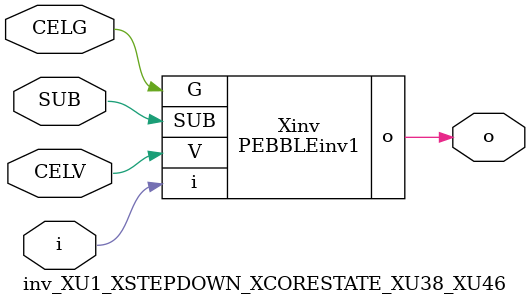
<source format=v>



module PEBBLEinv1 ( o, G, SUB, V, i );

  input V;
  input i;
  input G;
  output o;
  input SUB;
endmodule

//Celera Confidential Do Not Copy inv_XU1_XSTEPDOWN_XCORESTATE_XU38_XU46
//Celera Confidential Symbol Generator
//5V Inverter
module inv_XU1_XSTEPDOWN_XCORESTATE_XU38_XU46 (CELV,CELG,i,o,SUB);
input CELV;
input CELG;
input i;
input SUB;
output o;

//Celera Confidential Do Not Copy inv
PEBBLEinv1 Xinv(
.V (CELV),
.i (i),
.o (o),
.SUB (SUB),
.G (CELG)
);
//,diesize,PEBBLEinv1

//Celera Confidential Do Not Copy Module End
//Celera Schematic Generator
endmodule

</source>
